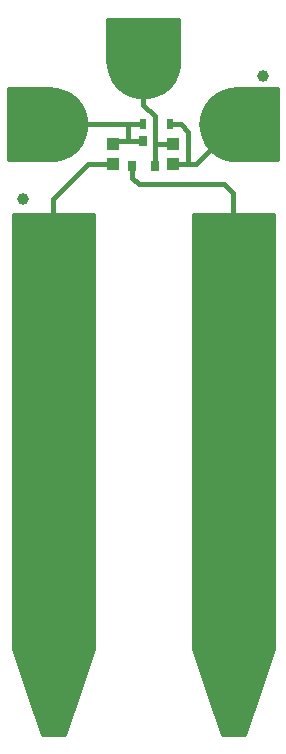
<source format=gtl>
G75*
%MOIN*%
%OFA0B0*%
%FSLAX25Y25*%
%IPPOS*%
%LPD*%
%AMOC8*
5,1,8,0,0,1.08239X$1,22.5*
%
%ADD10R,0.03150X0.03543*%
%ADD11R,0.03937X0.04331*%
%ADD12C,0.03937*%
%ADD13C,0.20000*%
%ADD14C,0.01000*%
%ADD15R,0.02480X0.03268*%
%ADD16C,0.01600*%
%ADD17C,0.03400*%
D10*
X0154593Y0457463D03*
X0162073Y0457463D03*
X0158333Y0465731D03*
D11*
X0148333Y0464746D03*
X0148333Y0458054D03*
X0168333Y0458054D03*
X0168333Y0464746D03*
D12*
X0198333Y0487400D03*
X0118333Y0446400D03*
D13*
X0127333Y0471400D03*
X0158333Y0492400D03*
X0189333Y0471400D03*
D14*
X0114933Y0296660D02*
X0124487Y0268000D01*
X0132180Y0268000D01*
X0141733Y0296660D01*
X0141733Y0441400D01*
X0114933Y0441400D01*
X0114933Y0296660D01*
X0115035Y0296355D02*
X0141632Y0296355D01*
X0141733Y0297354D02*
X0114933Y0297354D01*
X0114933Y0298352D02*
X0141733Y0298352D01*
X0141733Y0299351D02*
X0114933Y0299351D01*
X0114933Y0300349D02*
X0141733Y0300349D01*
X0141733Y0301348D02*
X0114933Y0301348D01*
X0114933Y0302346D02*
X0141733Y0302346D01*
X0141733Y0303345D02*
X0114933Y0303345D01*
X0114933Y0304343D02*
X0141733Y0304343D01*
X0141733Y0305342D02*
X0114933Y0305342D01*
X0114933Y0306340D02*
X0141733Y0306340D01*
X0141733Y0307339D02*
X0114933Y0307339D01*
X0114933Y0308337D02*
X0141733Y0308337D01*
X0141733Y0309336D02*
X0114933Y0309336D01*
X0114933Y0310334D02*
X0141733Y0310334D01*
X0141733Y0311333D02*
X0114933Y0311333D01*
X0114933Y0312332D02*
X0141733Y0312332D01*
X0141733Y0313330D02*
X0114933Y0313330D01*
X0114933Y0314329D02*
X0141733Y0314329D01*
X0141733Y0315327D02*
X0114933Y0315327D01*
X0114933Y0316326D02*
X0141733Y0316326D01*
X0141733Y0317324D02*
X0114933Y0317324D01*
X0114933Y0318323D02*
X0141733Y0318323D01*
X0141733Y0319321D02*
X0114933Y0319321D01*
X0114933Y0320320D02*
X0141733Y0320320D01*
X0141733Y0321318D02*
X0114933Y0321318D01*
X0114933Y0322317D02*
X0141733Y0322317D01*
X0141733Y0323315D02*
X0114933Y0323315D01*
X0114933Y0324314D02*
X0141733Y0324314D01*
X0141733Y0325312D02*
X0114933Y0325312D01*
X0114933Y0326311D02*
X0141733Y0326311D01*
X0141733Y0327309D02*
X0114933Y0327309D01*
X0114933Y0328308D02*
X0141733Y0328308D01*
X0141733Y0329306D02*
X0114933Y0329306D01*
X0114933Y0330305D02*
X0141733Y0330305D01*
X0141733Y0331303D02*
X0114933Y0331303D01*
X0114933Y0332302D02*
X0141733Y0332302D01*
X0141733Y0333300D02*
X0114933Y0333300D01*
X0114933Y0334299D02*
X0141733Y0334299D01*
X0141733Y0335297D02*
X0114933Y0335297D01*
X0114933Y0336296D02*
X0141733Y0336296D01*
X0141733Y0337294D02*
X0114933Y0337294D01*
X0114933Y0338293D02*
X0141733Y0338293D01*
X0141733Y0339291D02*
X0114933Y0339291D01*
X0114933Y0340290D02*
X0141733Y0340290D01*
X0141733Y0341288D02*
X0114933Y0341288D01*
X0114933Y0342287D02*
X0141733Y0342287D01*
X0141733Y0343285D02*
X0114933Y0343285D01*
X0114933Y0344284D02*
X0141733Y0344284D01*
X0141733Y0345282D02*
X0114933Y0345282D01*
X0114933Y0346281D02*
X0141733Y0346281D01*
X0141733Y0347279D02*
X0114933Y0347279D01*
X0114933Y0348278D02*
X0141733Y0348278D01*
X0141733Y0349276D02*
X0114933Y0349276D01*
X0114933Y0350275D02*
X0141733Y0350275D01*
X0141733Y0351273D02*
X0114933Y0351273D01*
X0114933Y0352272D02*
X0141733Y0352272D01*
X0141733Y0353270D02*
X0114933Y0353270D01*
X0114933Y0354269D02*
X0141733Y0354269D01*
X0141733Y0355268D02*
X0114933Y0355268D01*
X0114933Y0356266D02*
X0141733Y0356266D01*
X0141733Y0357265D02*
X0114933Y0357265D01*
X0114933Y0358263D02*
X0141733Y0358263D01*
X0141733Y0359262D02*
X0114933Y0359262D01*
X0114933Y0360260D02*
X0141733Y0360260D01*
X0141733Y0361259D02*
X0114933Y0361259D01*
X0114933Y0362257D02*
X0141733Y0362257D01*
X0141733Y0363256D02*
X0114933Y0363256D01*
X0114933Y0364254D02*
X0141733Y0364254D01*
X0141733Y0365253D02*
X0114933Y0365253D01*
X0114933Y0366251D02*
X0141733Y0366251D01*
X0141733Y0367250D02*
X0114933Y0367250D01*
X0114933Y0368248D02*
X0141733Y0368248D01*
X0141733Y0369247D02*
X0114933Y0369247D01*
X0114933Y0370245D02*
X0141733Y0370245D01*
X0141733Y0371244D02*
X0114933Y0371244D01*
X0114933Y0372242D02*
X0141733Y0372242D01*
X0141733Y0373241D02*
X0114933Y0373241D01*
X0114933Y0374239D02*
X0141733Y0374239D01*
X0141733Y0375238D02*
X0114933Y0375238D01*
X0114933Y0376236D02*
X0141733Y0376236D01*
X0141733Y0377235D02*
X0114933Y0377235D01*
X0114933Y0378233D02*
X0141733Y0378233D01*
X0141733Y0379232D02*
X0114933Y0379232D01*
X0114933Y0380230D02*
X0141733Y0380230D01*
X0141733Y0381229D02*
X0114933Y0381229D01*
X0114933Y0382227D02*
X0141733Y0382227D01*
X0141733Y0383226D02*
X0114933Y0383226D01*
X0114933Y0384224D02*
X0141733Y0384224D01*
X0141733Y0385223D02*
X0114933Y0385223D01*
X0114933Y0386221D02*
X0141733Y0386221D01*
X0141733Y0387220D02*
X0114933Y0387220D01*
X0114933Y0388218D02*
X0141733Y0388218D01*
X0141733Y0389217D02*
X0114933Y0389217D01*
X0114933Y0390215D02*
X0141733Y0390215D01*
X0141733Y0391214D02*
X0114933Y0391214D01*
X0114933Y0392212D02*
X0141733Y0392212D01*
X0141733Y0393211D02*
X0114933Y0393211D01*
X0114933Y0394209D02*
X0141733Y0394209D01*
X0141733Y0395208D02*
X0114933Y0395208D01*
X0114933Y0396206D02*
X0141733Y0396206D01*
X0141733Y0397205D02*
X0114933Y0397205D01*
X0114933Y0398203D02*
X0141733Y0398203D01*
X0141733Y0399202D02*
X0114933Y0399202D01*
X0114933Y0400201D02*
X0141733Y0400201D01*
X0141733Y0401199D02*
X0114933Y0401199D01*
X0114933Y0402198D02*
X0141733Y0402198D01*
X0141733Y0403196D02*
X0114933Y0403196D01*
X0114933Y0404195D02*
X0141733Y0404195D01*
X0141733Y0405193D02*
X0114933Y0405193D01*
X0114933Y0406192D02*
X0141733Y0406192D01*
X0141733Y0407190D02*
X0114933Y0407190D01*
X0114933Y0408189D02*
X0141733Y0408189D01*
X0141733Y0409187D02*
X0114933Y0409187D01*
X0114933Y0410186D02*
X0141733Y0410186D01*
X0141733Y0411184D02*
X0114933Y0411184D01*
X0114933Y0412183D02*
X0141733Y0412183D01*
X0141733Y0413181D02*
X0114933Y0413181D01*
X0114933Y0414180D02*
X0141733Y0414180D01*
X0141733Y0415178D02*
X0114933Y0415178D01*
X0114933Y0416177D02*
X0141733Y0416177D01*
X0141733Y0417175D02*
X0114933Y0417175D01*
X0114933Y0418174D02*
X0141733Y0418174D01*
X0141733Y0419172D02*
X0114933Y0419172D01*
X0114933Y0420171D02*
X0141733Y0420171D01*
X0141733Y0421169D02*
X0114933Y0421169D01*
X0114933Y0422168D02*
X0141733Y0422168D01*
X0141733Y0423166D02*
X0114933Y0423166D01*
X0114933Y0424165D02*
X0141733Y0424165D01*
X0141733Y0425163D02*
X0114933Y0425163D01*
X0114933Y0426162D02*
X0141733Y0426162D01*
X0141733Y0427160D02*
X0114933Y0427160D01*
X0114933Y0428159D02*
X0141733Y0428159D01*
X0141733Y0429157D02*
X0114933Y0429157D01*
X0114933Y0430156D02*
X0141733Y0430156D01*
X0141733Y0431154D02*
X0114933Y0431154D01*
X0114933Y0432153D02*
X0141733Y0432153D01*
X0141733Y0433151D02*
X0114933Y0433151D01*
X0114933Y0434150D02*
X0141733Y0434150D01*
X0141733Y0435148D02*
X0114933Y0435148D01*
X0114933Y0436147D02*
X0141733Y0436147D01*
X0141733Y0437145D02*
X0114933Y0437145D01*
X0114933Y0438144D02*
X0141733Y0438144D01*
X0141733Y0439142D02*
X0114933Y0439142D01*
X0114933Y0440141D02*
X0141733Y0440141D01*
X0141733Y0441139D02*
X0114933Y0441139D01*
X0113333Y0459400D02*
X0127333Y0459400D01*
X0129041Y0459522D01*
X0130714Y0459886D01*
X0132318Y0460484D01*
X0133821Y0461305D01*
X0135192Y0462331D01*
X0136402Y0463542D01*
X0137428Y0464912D01*
X0138249Y0466415D01*
X0138847Y0468019D01*
X0139211Y0469692D01*
X0139333Y0471400D01*
X0139211Y0473108D01*
X0138847Y0474781D01*
X0138249Y0476385D01*
X0137428Y0477888D01*
X0136402Y0479258D01*
X0135192Y0480469D01*
X0133821Y0481495D01*
X0132318Y0482316D01*
X0130714Y0482914D01*
X0129041Y0483278D01*
X0127333Y0483400D01*
X0113333Y0483400D01*
X0113333Y0459400D01*
X0113333Y0460111D02*
X0131318Y0460111D01*
X0133463Y0461110D02*
X0113333Y0461110D01*
X0113333Y0462108D02*
X0134894Y0462108D01*
X0135967Y0463107D02*
X0113333Y0463107D01*
X0113333Y0464105D02*
X0136824Y0464105D01*
X0137533Y0465104D02*
X0113333Y0465104D01*
X0113333Y0466102D02*
X0138078Y0466102D01*
X0138505Y0467101D02*
X0113333Y0467101D01*
X0113333Y0468099D02*
X0138865Y0468099D01*
X0139082Y0469098D02*
X0113333Y0469098D01*
X0113333Y0470096D02*
X0139240Y0470096D01*
X0139311Y0471095D02*
X0113333Y0471095D01*
X0113333Y0472093D02*
X0139284Y0472093D01*
X0139212Y0473092D02*
X0113333Y0473092D01*
X0113333Y0474090D02*
X0138997Y0474090D01*
X0138732Y0475089D02*
X0113333Y0475089D01*
X0113333Y0476087D02*
X0138360Y0476087D01*
X0137866Y0477086D02*
X0113333Y0477086D01*
X0113333Y0478084D02*
X0137281Y0478084D01*
X0136534Y0479083D02*
X0113333Y0479083D01*
X0113333Y0480081D02*
X0135579Y0480081D01*
X0134376Y0481080D02*
X0113333Y0481080D01*
X0113333Y0482078D02*
X0132753Y0482078D01*
X0129965Y0483077D02*
X0113333Y0483077D01*
X0146592Y0490067D02*
X0170075Y0490067D01*
X0170211Y0490692D02*
X0170333Y0492400D01*
X0170333Y0506400D01*
X0146333Y0506400D01*
X0146333Y0492400D01*
X0146455Y0490692D01*
X0146819Y0489019D01*
X0147418Y0487415D01*
X0148238Y0485912D01*
X0149264Y0484542D01*
X0150475Y0483331D01*
X0151846Y0482305D01*
X0153348Y0481484D01*
X0154953Y0480886D01*
X0156626Y0480522D01*
X0158333Y0480400D01*
X0160041Y0480522D01*
X0161714Y0480886D01*
X0163318Y0481484D01*
X0164821Y0482305D01*
X0166192Y0483331D01*
X0167402Y0484542D01*
X0168428Y0485912D01*
X0169249Y0487415D01*
X0169847Y0489019D01*
X0170211Y0490692D01*
X0170238Y0491065D02*
X0146429Y0491065D01*
X0146357Y0492064D02*
X0170309Y0492064D01*
X0170333Y0493062D02*
X0146333Y0493062D01*
X0146333Y0494061D02*
X0170333Y0494061D01*
X0170333Y0495059D02*
X0146333Y0495059D01*
X0146333Y0496058D02*
X0170333Y0496058D01*
X0170333Y0497056D02*
X0146333Y0497056D01*
X0146333Y0498055D02*
X0170333Y0498055D01*
X0170333Y0499053D02*
X0146333Y0499053D01*
X0146333Y0500052D02*
X0170333Y0500052D01*
X0170333Y0501050D02*
X0146333Y0501050D01*
X0146333Y0502049D02*
X0170333Y0502049D01*
X0170333Y0503047D02*
X0146333Y0503047D01*
X0146333Y0504046D02*
X0170333Y0504046D01*
X0170333Y0505044D02*
X0146333Y0505044D01*
X0146333Y0506043D02*
X0170333Y0506043D01*
X0169858Y0489068D02*
X0146809Y0489068D01*
X0147174Y0488070D02*
X0169493Y0488070D01*
X0169061Y0487071D02*
X0147606Y0487071D01*
X0148151Y0486072D02*
X0168516Y0486072D01*
X0167801Y0485074D02*
X0148866Y0485074D01*
X0149731Y0484075D02*
X0166936Y0484075D01*
X0165852Y0483077D02*
X0150814Y0483077D01*
X0152260Y0482078D02*
X0164406Y0482078D01*
X0162234Y0481080D02*
X0154433Y0481080D01*
X0149318Y0465731D02*
X0148333Y0464746D01*
X0174933Y0441400D02*
X0201733Y0441400D01*
X0201733Y0296660D01*
X0192180Y0268000D01*
X0184487Y0268000D01*
X0174933Y0296660D01*
X0174933Y0441400D01*
X0174933Y0441139D02*
X0201733Y0441139D01*
X0201733Y0440141D02*
X0174933Y0440141D01*
X0174933Y0439142D02*
X0201733Y0439142D01*
X0201733Y0438144D02*
X0174933Y0438144D01*
X0174933Y0437145D02*
X0201733Y0437145D01*
X0201733Y0436147D02*
X0174933Y0436147D01*
X0174933Y0435148D02*
X0201733Y0435148D01*
X0201733Y0434150D02*
X0174933Y0434150D01*
X0174933Y0433151D02*
X0201733Y0433151D01*
X0201733Y0432153D02*
X0174933Y0432153D01*
X0174933Y0431154D02*
X0201733Y0431154D01*
X0201733Y0430156D02*
X0174933Y0430156D01*
X0174933Y0429157D02*
X0201733Y0429157D01*
X0201733Y0428159D02*
X0174933Y0428159D01*
X0174933Y0427160D02*
X0201733Y0427160D01*
X0201733Y0426162D02*
X0174933Y0426162D01*
X0174933Y0425163D02*
X0201733Y0425163D01*
X0201733Y0424165D02*
X0174933Y0424165D01*
X0174933Y0423166D02*
X0201733Y0423166D01*
X0201733Y0422168D02*
X0174933Y0422168D01*
X0174933Y0421169D02*
X0201733Y0421169D01*
X0201733Y0420171D02*
X0174933Y0420171D01*
X0174933Y0419172D02*
X0201733Y0419172D01*
X0201733Y0418174D02*
X0174933Y0418174D01*
X0174933Y0417175D02*
X0201733Y0417175D01*
X0201733Y0416177D02*
X0174933Y0416177D01*
X0174933Y0415178D02*
X0201733Y0415178D01*
X0201733Y0414180D02*
X0174933Y0414180D01*
X0174933Y0413181D02*
X0201733Y0413181D01*
X0201733Y0412183D02*
X0174933Y0412183D01*
X0174933Y0411184D02*
X0201733Y0411184D01*
X0201733Y0410186D02*
X0174933Y0410186D01*
X0174933Y0409187D02*
X0201733Y0409187D01*
X0201733Y0408189D02*
X0174933Y0408189D01*
X0174933Y0407190D02*
X0201733Y0407190D01*
X0201733Y0406192D02*
X0174933Y0406192D01*
X0174933Y0405193D02*
X0201733Y0405193D01*
X0201733Y0404195D02*
X0174933Y0404195D01*
X0174933Y0403196D02*
X0201733Y0403196D01*
X0201733Y0402198D02*
X0174933Y0402198D01*
X0174933Y0401199D02*
X0201733Y0401199D01*
X0201733Y0400201D02*
X0174933Y0400201D01*
X0174933Y0399202D02*
X0201733Y0399202D01*
X0201733Y0398203D02*
X0174933Y0398203D01*
X0174933Y0397205D02*
X0201733Y0397205D01*
X0201733Y0396206D02*
X0174933Y0396206D01*
X0174933Y0395208D02*
X0201733Y0395208D01*
X0201733Y0394209D02*
X0174933Y0394209D01*
X0174933Y0393211D02*
X0201733Y0393211D01*
X0201733Y0392212D02*
X0174933Y0392212D01*
X0174933Y0391214D02*
X0201733Y0391214D01*
X0201733Y0390215D02*
X0174933Y0390215D01*
X0174933Y0389217D02*
X0201733Y0389217D01*
X0201733Y0388218D02*
X0174933Y0388218D01*
X0174933Y0387220D02*
X0201733Y0387220D01*
X0201733Y0386221D02*
X0174933Y0386221D01*
X0174933Y0385223D02*
X0201733Y0385223D01*
X0201733Y0384224D02*
X0174933Y0384224D01*
X0174933Y0383226D02*
X0201733Y0383226D01*
X0201733Y0382227D02*
X0174933Y0382227D01*
X0174933Y0381229D02*
X0201733Y0381229D01*
X0201733Y0380230D02*
X0174933Y0380230D01*
X0174933Y0379232D02*
X0201733Y0379232D01*
X0201733Y0378233D02*
X0174933Y0378233D01*
X0174933Y0377235D02*
X0201733Y0377235D01*
X0201733Y0376236D02*
X0174933Y0376236D01*
X0174933Y0375238D02*
X0201733Y0375238D01*
X0201733Y0374239D02*
X0174933Y0374239D01*
X0174933Y0373241D02*
X0201733Y0373241D01*
X0201733Y0372242D02*
X0174933Y0372242D01*
X0174933Y0371244D02*
X0201733Y0371244D01*
X0201733Y0370245D02*
X0174933Y0370245D01*
X0174933Y0369247D02*
X0201733Y0369247D01*
X0201733Y0368248D02*
X0174933Y0368248D01*
X0174933Y0367250D02*
X0201733Y0367250D01*
X0201733Y0366251D02*
X0174933Y0366251D01*
X0174933Y0365253D02*
X0201733Y0365253D01*
X0201733Y0364254D02*
X0174933Y0364254D01*
X0174933Y0363256D02*
X0201733Y0363256D01*
X0201733Y0362257D02*
X0174933Y0362257D01*
X0174933Y0361259D02*
X0201733Y0361259D01*
X0201733Y0360260D02*
X0174933Y0360260D01*
X0174933Y0359262D02*
X0201733Y0359262D01*
X0201733Y0358263D02*
X0174933Y0358263D01*
X0174933Y0357265D02*
X0201733Y0357265D01*
X0201733Y0356266D02*
X0174933Y0356266D01*
X0174933Y0355268D02*
X0201733Y0355268D01*
X0201733Y0354269D02*
X0174933Y0354269D01*
X0174933Y0353270D02*
X0201733Y0353270D01*
X0201733Y0352272D02*
X0174933Y0352272D01*
X0174933Y0351273D02*
X0201733Y0351273D01*
X0201733Y0350275D02*
X0174933Y0350275D01*
X0174933Y0349276D02*
X0201733Y0349276D01*
X0201733Y0348278D02*
X0174933Y0348278D01*
X0174933Y0347279D02*
X0201733Y0347279D01*
X0201733Y0346281D02*
X0174933Y0346281D01*
X0174933Y0345282D02*
X0201733Y0345282D01*
X0201733Y0344284D02*
X0174933Y0344284D01*
X0174933Y0343285D02*
X0201733Y0343285D01*
X0201733Y0342287D02*
X0174933Y0342287D01*
X0174933Y0341288D02*
X0201733Y0341288D01*
X0201733Y0340290D02*
X0174933Y0340290D01*
X0174933Y0339291D02*
X0201733Y0339291D01*
X0201733Y0338293D02*
X0174933Y0338293D01*
X0174933Y0337294D02*
X0201733Y0337294D01*
X0201733Y0336296D02*
X0174933Y0336296D01*
X0174933Y0335297D02*
X0201733Y0335297D01*
X0201733Y0334299D02*
X0174933Y0334299D01*
X0174933Y0333300D02*
X0201733Y0333300D01*
X0201733Y0332302D02*
X0174933Y0332302D01*
X0174933Y0331303D02*
X0201733Y0331303D01*
X0201733Y0330305D02*
X0174933Y0330305D01*
X0174933Y0329306D02*
X0201733Y0329306D01*
X0201733Y0328308D02*
X0174933Y0328308D01*
X0174933Y0327309D02*
X0201733Y0327309D01*
X0201733Y0326311D02*
X0174933Y0326311D01*
X0174933Y0325312D02*
X0201733Y0325312D01*
X0201733Y0324314D02*
X0174933Y0324314D01*
X0174933Y0323315D02*
X0201733Y0323315D01*
X0201733Y0322317D02*
X0174933Y0322317D01*
X0174933Y0321318D02*
X0201733Y0321318D01*
X0201733Y0320320D02*
X0174933Y0320320D01*
X0174933Y0319321D02*
X0201733Y0319321D01*
X0201733Y0318323D02*
X0174933Y0318323D01*
X0174933Y0317324D02*
X0201733Y0317324D01*
X0201733Y0316326D02*
X0174933Y0316326D01*
X0174933Y0315327D02*
X0201733Y0315327D01*
X0201733Y0314329D02*
X0174933Y0314329D01*
X0174933Y0313330D02*
X0201733Y0313330D01*
X0201733Y0312332D02*
X0174933Y0312332D01*
X0174933Y0311333D02*
X0201733Y0311333D01*
X0201733Y0310334D02*
X0174933Y0310334D01*
X0174933Y0309336D02*
X0201733Y0309336D01*
X0201733Y0308337D02*
X0174933Y0308337D01*
X0174933Y0307339D02*
X0201733Y0307339D01*
X0201733Y0306340D02*
X0174933Y0306340D01*
X0174933Y0305342D02*
X0201733Y0305342D01*
X0201733Y0304343D02*
X0174933Y0304343D01*
X0174933Y0303345D02*
X0201733Y0303345D01*
X0201733Y0302346D02*
X0174933Y0302346D01*
X0174933Y0301348D02*
X0201733Y0301348D01*
X0201733Y0300349D02*
X0174933Y0300349D01*
X0174933Y0299351D02*
X0201733Y0299351D01*
X0201733Y0298352D02*
X0174933Y0298352D01*
X0174933Y0297354D02*
X0201733Y0297354D01*
X0201632Y0296355D02*
X0175035Y0296355D01*
X0175368Y0295357D02*
X0201299Y0295357D01*
X0200966Y0294358D02*
X0175700Y0294358D01*
X0176033Y0293360D02*
X0200633Y0293360D01*
X0200301Y0292361D02*
X0176366Y0292361D01*
X0176699Y0291363D02*
X0199968Y0291363D01*
X0199635Y0290364D02*
X0177032Y0290364D01*
X0177365Y0289366D02*
X0199302Y0289366D01*
X0198969Y0288367D02*
X0177697Y0288367D01*
X0178030Y0287369D02*
X0198636Y0287369D01*
X0198304Y0286370D02*
X0178363Y0286370D01*
X0178696Y0285372D02*
X0197971Y0285372D01*
X0197638Y0284373D02*
X0179029Y0284373D01*
X0179362Y0283375D02*
X0197305Y0283375D01*
X0196972Y0282376D02*
X0179694Y0282376D01*
X0180027Y0281378D02*
X0196639Y0281378D01*
X0196307Y0280379D02*
X0180360Y0280379D01*
X0180693Y0279381D02*
X0195974Y0279381D01*
X0195641Y0278382D02*
X0181026Y0278382D01*
X0181359Y0277384D02*
X0195308Y0277384D01*
X0194975Y0276385D02*
X0181691Y0276385D01*
X0182024Y0275387D02*
X0194642Y0275387D01*
X0194309Y0274388D02*
X0182357Y0274388D01*
X0182690Y0273390D02*
X0193977Y0273390D01*
X0193644Y0272391D02*
X0183023Y0272391D01*
X0183356Y0271393D02*
X0193311Y0271393D01*
X0192978Y0270394D02*
X0183689Y0270394D01*
X0184021Y0269396D02*
X0192645Y0269396D01*
X0192312Y0268397D02*
X0184354Y0268397D01*
X0137638Y0284373D02*
X0119029Y0284373D01*
X0119362Y0283375D02*
X0137305Y0283375D01*
X0136972Y0282376D02*
X0119694Y0282376D01*
X0120027Y0281378D02*
X0136639Y0281378D01*
X0136307Y0280379D02*
X0120360Y0280379D01*
X0120693Y0279381D02*
X0135974Y0279381D01*
X0135641Y0278382D02*
X0121026Y0278382D01*
X0121359Y0277384D02*
X0135308Y0277384D01*
X0134975Y0276385D02*
X0121691Y0276385D01*
X0122024Y0275387D02*
X0134642Y0275387D01*
X0134309Y0274388D02*
X0122357Y0274388D01*
X0122690Y0273390D02*
X0133977Y0273390D01*
X0133644Y0272391D02*
X0123023Y0272391D01*
X0123356Y0271393D02*
X0133311Y0271393D01*
X0132978Y0270394D02*
X0123689Y0270394D01*
X0124021Y0269396D02*
X0132645Y0269396D01*
X0132312Y0268397D02*
X0124354Y0268397D01*
X0118696Y0285372D02*
X0137971Y0285372D01*
X0138304Y0286370D02*
X0118363Y0286370D01*
X0118030Y0287369D02*
X0138636Y0287369D01*
X0138969Y0288367D02*
X0117697Y0288367D01*
X0117365Y0289366D02*
X0139302Y0289366D01*
X0139635Y0290364D02*
X0117032Y0290364D01*
X0116699Y0291363D02*
X0139968Y0291363D01*
X0140301Y0292361D02*
X0116366Y0292361D01*
X0116033Y0293360D02*
X0140633Y0293360D01*
X0140966Y0294358D02*
X0115700Y0294358D01*
X0115368Y0295357D02*
X0141299Y0295357D01*
X0185953Y0459886D02*
X0187626Y0459522D01*
X0189333Y0459400D01*
X0203333Y0459400D01*
X0203333Y0483400D01*
X0189333Y0483400D01*
X0187626Y0483278D01*
X0185953Y0482914D01*
X0184348Y0482316D01*
X0182846Y0481495D01*
X0181475Y0480469D01*
X0180264Y0479258D01*
X0179238Y0477888D01*
X0178418Y0476385D01*
X0177819Y0474781D01*
X0177455Y0473108D01*
X0177333Y0471400D01*
X0177455Y0469692D01*
X0177819Y0468019D01*
X0178418Y0466415D01*
X0179238Y0464912D01*
X0180264Y0463542D01*
X0181475Y0462331D01*
X0182846Y0461305D01*
X0184348Y0460484D01*
X0185953Y0459886D01*
X0185349Y0460111D02*
X0203333Y0460111D01*
X0203333Y0461110D02*
X0183203Y0461110D01*
X0181773Y0462108D02*
X0203333Y0462108D01*
X0203333Y0463107D02*
X0180699Y0463107D01*
X0179842Y0464105D02*
X0203333Y0464105D01*
X0203333Y0465104D02*
X0179134Y0465104D01*
X0178589Y0466102D02*
X0203333Y0466102D01*
X0203333Y0467101D02*
X0178162Y0467101D01*
X0177802Y0468099D02*
X0203333Y0468099D01*
X0203333Y0469098D02*
X0177585Y0469098D01*
X0177427Y0470096D02*
X0203333Y0470096D01*
X0203333Y0471095D02*
X0177355Y0471095D01*
X0177383Y0472093D02*
X0203333Y0472093D01*
X0203333Y0473092D02*
X0177454Y0473092D01*
X0177669Y0474090D02*
X0203333Y0474090D01*
X0203333Y0475089D02*
X0177934Y0475089D01*
X0178307Y0476087D02*
X0203333Y0476087D01*
X0203333Y0477086D02*
X0178800Y0477086D01*
X0179386Y0478084D02*
X0203333Y0478084D01*
X0203333Y0479083D02*
X0180133Y0479083D01*
X0181087Y0480081D02*
X0203333Y0480081D01*
X0203333Y0481080D02*
X0182291Y0481080D01*
X0183914Y0482078D02*
X0203333Y0482078D01*
X0203333Y0483077D02*
X0186702Y0483077D01*
D15*
X0167361Y0471400D03*
X0158306Y0471400D03*
D16*
X0153333Y0471400D01*
X0153333Y0465731D01*
X0158333Y0465731D01*
X0162073Y0464400D02*
X0162420Y0464746D01*
X0168333Y0464746D01*
X0162073Y0464400D02*
X0162073Y0457463D01*
X0168333Y0458054D02*
X0173333Y0458054D01*
X0173333Y0468900D01*
X0170833Y0471400D01*
X0167361Y0471400D01*
X0162073Y0474160D02*
X0162073Y0464400D01*
X0153333Y0465731D02*
X0149318Y0465731D01*
X0153333Y0471400D02*
X0127333Y0471400D01*
X0139987Y0458054D02*
X0128333Y0446400D01*
X0128333Y0436400D01*
X0139987Y0458054D02*
X0148333Y0458054D01*
X0154593Y0457463D02*
X0154593Y0453640D01*
X0156833Y0451400D01*
X0185333Y0451400D01*
X0188333Y0448400D01*
X0188333Y0436400D01*
X0175987Y0458054D02*
X0173333Y0458054D01*
X0175987Y0458054D02*
X0189333Y0471400D01*
X0162073Y0474160D02*
X0158333Y0477900D01*
X0158333Y0492400D01*
D17*
X0138333Y0436400D03*
X0128333Y0436400D03*
X0118333Y0436400D03*
X0123333Y0416400D03*
X0133333Y0416400D03*
X0128333Y0396400D03*
X0118333Y0396400D03*
X0138333Y0396400D03*
X0133333Y0376400D03*
X0123333Y0376400D03*
X0118333Y0356400D03*
X0128333Y0356400D03*
X0138333Y0356400D03*
X0133333Y0336400D03*
X0123333Y0336400D03*
X0118333Y0316400D03*
X0128333Y0316400D03*
X0138333Y0316400D03*
X0133333Y0296400D03*
X0123333Y0296400D03*
X0128333Y0276400D03*
X0178333Y0316400D03*
X0188333Y0316400D03*
X0198333Y0316400D03*
X0193333Y0336400D03*
X0183333Y0336400D03*
X0178333Y0356400D03*
X0188333Y0356400D03*
X0198333Y0356400D03*
X0193333Y0376400D03*
X0183333Y0376400D03*
X0178333Y0396400D03*
X0188333Y0396400D03*
X0198333Y0396400D03*
X0193333Y0416400D03*
X0183333Y0416400D03*
X0178333Y0436400D03*
X0188333Y0436400D03*
X0198333Y0436400D03*
X0193333Y0296400D03*
X0183333Y0296400D03*
X0188333Y0276400D03*
M02*

</source>
